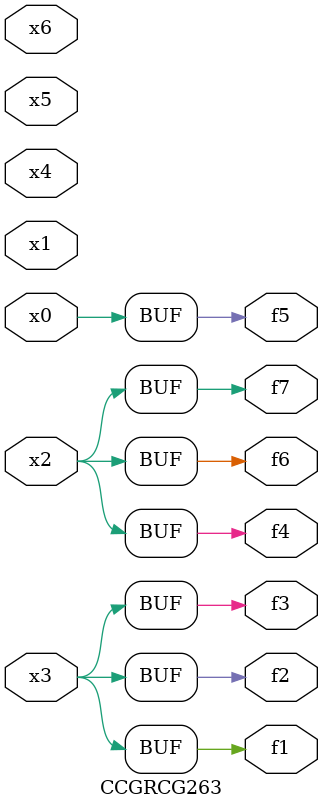
<source format=v>
module CCGRCG263(
	input x0, x1, x2, x3, x4, x5, x6,
	output f1, f2, f3, f4, f5, f6, f7
);
	assign f1 = x3;
	assign f2 = x3;
	assign f3 = x3;
	assign f4 = x2;
	assign f5 = x0;
	assign f6 = x2;
	assign f7 = x2;
endmodule

</source>
